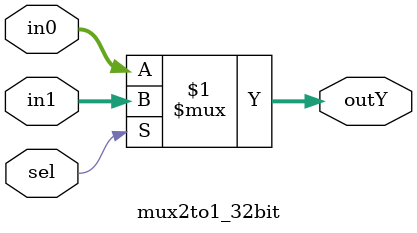
<source format=v>
module mux2to1_32bit (in0, in1, sel, outY);

// Internal constants
parameter numBit = 31;

// IO port declare
input [numBit:0] in0, in1;
input sel;
output [numBit:0] outY;

// Circuit
assign outY = (sel)?in1:in0;

endmodule

</source>
